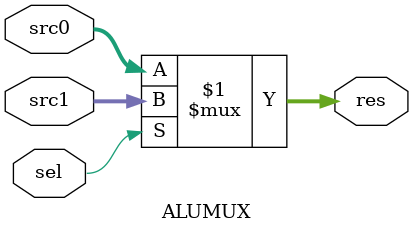
<source format=v>
module ALUMUX # (
    parameter               WIDTH                   = 32
)(
    input                   [WIDTH-1 : 0]           src0, src1,
    input                   [      0 : 0]           sel,

    output                  [WIDTH-1 : 0]           res
);

assign res = sel ? src1 : src0;

endmodule
</source>
